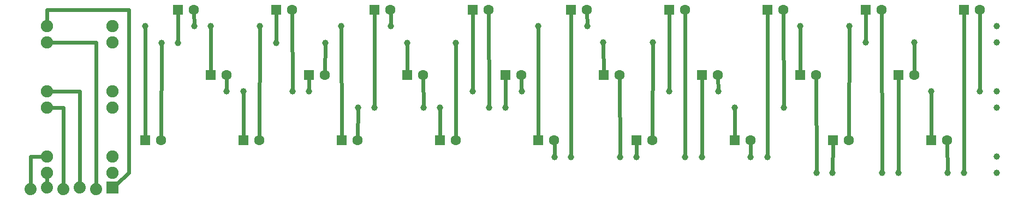
<source format=gbl>
G04 MADE WITH FRITZING*
G04 WWW.FRITZING.ORG*
G04 DOUBLE SIDED*
G04 HOLES PLATED*
G04 CONTOUR ON CENTER OF CONTOUR VECTOR*
%ASAXBY*%
%FSLAX23Y23*%
%MOIN*%
%OFA0B0*%
%SFA1.0B1.0*%
%ADD10C,0.074000*%
%ADD11C,0.062992*%
%ADD12C,0.075000*%
%ADD13C,0.039370*%
%ADD14R,0.062992X0.062992*%
%ADD15C,0.024000*%
%ADD16R,0.001000X0.001000*%
%LNCOPPER0*%
G90*
G70*
G54D10*
X577Y83D03*
X477Y73D03*
X377Y83D03*
X277Y73D03*
X177Y83D03*
X77Y73D03*
X577Y83D03*
X477Y73D03*
X377Y83D03*
X277Y73D03*
X177Y83D03*
X77Y73D03*
X577Y83D03*
X477Y73D03*
X377Y83D03*
X277Y73D03*
X177Y83D03*
X77Y73D03*
G54D11*
X5777Y1173D03*
X5876Y1173D03*
X5777Y1173D03*
X5876Y1173D03*
X5577Y373D03*
X5676Y373D03*
X5577Y373D03*
X5676Y373D03*
X5377Y773D03*
X5476Y773D03*
X5377Y773D03*
X5476Y773D03*
X5177Y1173D03*
X5276Y1173D03*
X5177Y1173D03*
X5276Y1173D03*
X4977Y373D03*
X5076Y373D03*
X4977Y373D03*
X5076Y373D03*
X4777Y773D03*
X4876Y773D03*
X4777Y773D03*
X4876Y773D03*
X4577Y1173D03*
X4676Y1173D03*
X4577Y1173D03*
X4676Y1173D03*
X4377Y373D03*
X4476Y373D03*
X4377Y373D03*
X4476Y373D03*
X4177Y773D03*
X4276Y773D03*
X4177Y773D03*
X4276Y773D03*
X3977Y1173D03*
X4076Y1173D03*
X3977Y1173D03*
X4076Y1173D03*
X3777Y373D03*
X3876Y373D03*
X3777Y373D03*
X3876Y373D03*
X3577Y773D03*
X3676Y773D03*
X3577Y773D03*
X3676Y773D03*
X3377Y1173D03*
X3476Y1173D03*
X3377Y1173D03*
X3476Y1173D03*
X3177Y373D03*
X3276Y373D03*
X3177Y373D03*
X3276Y373D03*
X2977Y773D03*
X3076Y773D03*
X2977Y773D03*
X3076Y773D03*
X2777Y1173D03*
X2876Y1173D03*
X2777Y1173D03*
X2876Y1173D03*
X2577Y373D03*
X2676Y373D03*
X2577Y373D03*
X2676Y373D03*
X2377Y773D03*
X2476Y773D03*
X2377Y773D03*
X2476Y773D03*
X2177Y1173D03*
X2276Y1173D03*
X2177Y1173D03*
X2276Y1173D03*
X1977Y373D03*
X2076Y373D03*
X1977Y373D03*
X2076Y373D03*
X1777Y773D03*
X1876Y773D03*
X1777Y773D03*
X1876Y773D03*
X1577Y1173D03*
X1676Y1173D03*
X1577Y1173D03*
X1676Y1173D03*
X1377Y373D03*
X1476Y373D03*
X1377Y373D03*
X1476Y373D03*
X1177Y773D03*
X1276Y773D03*
X1177Y773D03*
X1276Y773D03*
X977Y1173D03*
X1076Y1173D03*
X977Y1173D03*
X1076Y1173D03*
X777Y373D03*
X876Y373D03*
X777Y373D03*
X876Y373D03*
G54D12*
X177Y173D03*
X577Y173D03*
X177Y173D03*
X577Y173D03*
X177Y273D03*
X577Y273D03*
X177Y273D03*
X577Y273D03*
X177Y573D03*
X577Y573D03*
X177Y573D03*
X577Y573D03*
X177Y673D03*
X577Y673D03*
X177Y673D03*
X577Y673D03*
X177Y973D03*
X577Y973D03*
X177Y973D03*
X577Y973D03*
X177Y1073D03*
X577Y1073D03*
X177Y1073D03*
X577Y1073D03*
G54D13*
X778Y1072D03*
X879Y971D03*
X977Y971D03*
X1077Y1072D03*
X1178Y1072D03*
X1276Y672D03*
X1377Y672D03*
X1478Y1072D03*
X1579Y971D03*
X1677Y672D03*
X1777Y672D03*
X1878Y971D03*
X1976Y1072D03*
X2077Y574D03*
X2178Y574D03*
X2279Y1072D03*
X2377Y971D03*
X2477Y574D03*
X2578Y574D03*
X2676Y971D03*
X2777Y672D03*
X2878Y574D03*
X2979Y574D03*
X3077Y672D03*
X3179Y1072D03*
X3279Y271D03*
X3378Y271D03*
X3477Y1072D03*
X3576Y973D03*
X3679Y271D03*
X3778Y271D03*
X3877Y973D03*
X3977Y672D03*
X4076Y271D03*
X4179Y271D03*
X4278Y672D03*
X4377Y572D03*
X4476Y271D03*
X4579Y271D03*
X4679Y572D03*
X4778Y1072D03*
X4877Y172D03*
X4976Y172D03*
X5079Y1072D03*
X5178Y973D03*
X5277Y172D03*
X5377Y172D03*
X5476Y973D03*
X5579Y672D03*
X5678Y172D03*
X5777Y172D03*
X5876Y672D03*
X5977Y1073D03*
X5977Y573D03*
X5977Y673D03*
X5977Y173D03*
X5977Y273D03*
X5977Y973D03*
G54D14*
X5777Y1173D03*
X5777Y1173D03*
X5577Y373D03*
X5577Y373D03*
X5377Y773D03*
X5377Y773D03*
X5177Y1173D03*
X5177Y1173D03*
X4977Y373D03*
X4977Y373D03*
X4777Y773D03*
X4777Y773D03*
X4577Y1173D03*
X4577Y1173D03*
X4377Y373D03*
X4377Y373D03*
X4177Y773D03*
X4177Y773D03*
X3977Y1173D03*
X3977Y1173D03*
X3777Y373D03*
X3777Y373D03*
X3577Y773D03*
X3577Y773D03*
X3377Y1173D03*
X3377Y1173D03*
X3177Y373D03*
X3177Y373D03*
X2977Y773D03*
X2977Y773D03*
X2777Y1173D03*
X2777Y1173D03*
X2577Y373D03*
X2577Y373D03*
X2377Y773D03*
X2377Y773D03*
X2177Y1173D03*
X2177Y1173D03*
X1977Y373D03*
X1977Y373D03*
X1777Y773D03*
X1777Y773D03*
X1577Y1173D03*
X1577Y1173D03*
X1377Y373D03*
X1377Y373D03*
X1177Y773D03*
X1177Y773D03*
X977Y1173D03*
X977Y1173D03*
X777Y373D03*
X777Y373D03*
G54D15*
X778Y1053D02*
X778Y400D01*
D02*
X879Y952D02*
X876Y400D01*
D02*
X977Y990D02*
X977Y1146D01*
D02*
X1077Y1091D02*
X1076Y1146D01*
D02*
X1178Y800D02*
X1178Y1053D01*
D02*
X1276Y691D02*
X1276Y746D01*
D02*
X1377Y653D02*
X1377Y400D01*
D02*
X1478Y1053D02*
X1476Y400D01*
D02*
X1579Y990D02*
X1578Y1146D01*
D02*
X1677Y691D02*
X1676Y1146D01*
D02*
X1777Y691D02*
X1777Y746D01*
D02*
X1878Y952D02*
X1876Y800D01*
D02*
X1976Y1053D02*
X1977Y400D01*
D02*
X2077Y555D02*
X2076Y400D01*
D02*
X2178Y1146D02*
X2178Y593D01*
D02*
X2278Y1091D02*
X2277Y1146D01*
D02*
X2377Y952D02*
X2377Y800D01*
D02*
X2477Y593D02*
X2476Y746D01*
D02*
X2578Y555D02*
X2578Y400D01*
D02*
X2676Y952D02*
X2676Y400D01*
D02*
X2777Y691D02*
X2777Y1146D01*
D02*
X2878Y593D02*
X2876Y1146D01*
D02*
X2979Y593D02*
X2978Y746D01*
D02*
X3076Y691D02*
X3076Y746D01*
D02*
X3179Y1053D02*
X3178Y400D01*
D02*
X3278Y290D02*
X3277Y346D01*
D02*
X3378Y290D02*
X3377Y1146D01*
D02*
X3477Y1091D02*
X3476Y1146D01*
D02*
X3577Y800D02*
X3576Y954D01*
D02*
X3679Y290D02*
X3676Y746D01*
D02*
X3877Y954D02*
X3876Y400D01*
D02*
X3778Y290D02*
X3778Y346D01*
D02*
X3977Y691D02*
X3977Y1146D01*
D02*
X4076Y290D02*
X4076Y1146D01*
D02*
X4179Y290D02*
X4178Y746D01*
D02*
X4278Y691D02*
X4276Y746D01*
D02*
X4377Y554D02*
X4377Y400D01*
D02*
X4476Y290D02*
X4476Y346D01*
D02*
X4579Y290D02*
X4578Y1146D01*
D02*
X4678Y591D02*
X4676Y1146D01*
D02*
X4778Y1053D02*
X4778Y800D01*
D02*
X4877Y191D02*
X4876Y746D01*
D02*
X4976Y191D02*
X4977Y346D01*
D02*
X5079Y1053D02*
X5076Y400D01*
D02*
X5178Y992D02*
X5178Y1146D01*
D02*
X5277Y191D02*
X5276Y1146D01*
D02*
X5476Y954D02*
X5476Y800D01*
D02*
X5377Y191D02*
X5377Y746D01*
D02*
X5579Y653D02*
X5578Y400D01*
D02*
X5678Y191D02*
X5676Y346D01*
D02*
X5777Y191D02*
X5777Y1146D01*
D02*
X5876Y691D02*
X5876Y1146D01*
D02*
X78Y272D02*
X78Y104D01*
D02*
X149Y273D02*
X78Y272D01*
D02*
X177Y144D02*
X177Y114D01*
D02*
X277Y573D02*
X277Y104D01*
D02*
X206Y573D02*
X277Y573D01*
D02*
X378Y672D02*
X378Y114D01*
D02*
X206Y673D02*
X378Y672D01*
D02*
X478Y972D02*
X478Y104D01*
D02*
X206Y973D02*
X478Y972D01*
D02*
X677Y1172D02*
X677Y173D01*
D02*
X677Y173D02*
X601Y104D01*
D02*
X177Y1172D02*
X677Y1172D01*
D02*
X177Y1101D02*
X177Y1172D01*
G54D16*
X541Y120D02*
X613Y120D01*
X540Y119D02*
X613Y119D01*
X540Y118D02*
X613Y118D01*
X540Y117D02*
X613Y117D01*
X540Y116D02*
X613Y116D01*
X540Y115D02*
X613Y115D01*
X540Y114D02*
X613Y114D01*
X540Y113D02*
X613Y113D01*
X540Y112D02*
X613Y112D01*
X540Y111D02*
X613Y111D01*
X540Y110D02*
X613Y110D01*
X540Y109D02*
X613Y109D01*
X540Y108D02*
X613Y108D01*
X540Y107D02*
X613Y107D01*
X540Y106D02*
X613Y106D01*
X540Y105D02*
X613Y105D01*
X540Y104D02*
X613Y104D01*
X540Y103D02*
X574Y103D01*
X580Y103D02*
X613Y103D01*
X540Y102D02*
X570Y102D01*
X584Y102D02*
X613Y102D01*
X540Y101D02*
X567Y101D01*
X586Y101D02*
X613Y101D01*
X540Y100D02*
X566Y100D01*
X588Y100D02*
X613Y100D01*
X540Y99D02*
X564Y99D01*
X590Y99D02*
X613Y99D01*
X540Y98D02*
X563Y98D01*
X591Y98D02*
X613Y98D01*
X540Y97D02*
X562Y97D01*
X592Y97D02*
X613Y97D01*
X540Y96D02*
X561Y96D01*
X593Y96D02*
X613Y96D01*
X540Y95D02*
X560Y95D01*
X594Y95D02*
X613Y95D01*
X540Y94D02*
X560Y94D01*
X594Y94D02*
X613Y94D01*
X540Y93D02*
X559Y93D01*
X595Y93D02*
X613Y93D01*
X540Y92D02*
X559Y92D01*
X595Y92D02*
X613Y92D01*
X540Y91D02*
X558Y91D01*
X596Y91D02*
X613Y91D01*
X540Y90D02*
X558Y90D01*
X596Y90D02*
X613Y90D01*
X540Y89D02*
X557Y89D01*
X597Y89D02*
X613Y89D01*
X540Y88D02*
X557Y88D01*
X597Y88D02*
X613Y88D01*
X540Y87D02*
X557Y87D01*
X597Y87D02*
X613Y87D01*
X540Y86D02*
X557Y86D01*
X597Y86D02*
X613Y86D01*
X540Y85D02*
X557Y85D01*
X597Y85D02*
X613Y85D01*
X540Y84D02*
X557Y84D01*
X597Y84D02*
X613Y84D01*
X540Y83D02*
X556Y83D01*
X597Y83D02*
X613Y83D01*
X540Y82D02*
X557Y82D01*
X597Y82D02*
X613Y82D01*
X540Y81D02*
X557Y81D01*
X597Y81D02*
X613Y81D01*
X540Y80D02*
X557Y80D01*
X597Y80D02*
X613Y80D01*
X540Y79D02*
X557Y79D01*
X597Y79D02*
X613Y79D01*
X540Y78D02*
X557Y78D01*
X597Y78D02*
X613Y78D01*
X540Y77D02*
X558Y77D01*
X596Y77D02*
X613Y77D01*
X540Y76D02*
X558Y76D01*
X596Y76D02*
X613Y76D01*
X540Y75D02*
X558Y75D01*
X596Y75D02*
X613Y75D01*
X540Y74D02*
X559Y74D01*
X595Y74D02*
X613Y74D01*
X540Y73D02*
X559Y73D01*
X595Y73D02*
X613Y73D01*
X540Y72D02*
X560Y72D01*
X594Y72D02*
X613Y72D01*
X540Y71D02*
X561Y71D01*
X593Y71D02*
X613Y71D01*
X540Y70D02*
X562Y70D01*
X592Y70D02*
X613Y70D01*
X540Y69D02*
X562Y69D01*
X591Y69D02*
X613Y69D01*
X540Y68D02*
X564Y68D01*
X590Y68D02*
X613Y68D01*
X540Y67D02*
X565Y67D01*
X589Y67D02*
X613Y67D01*
X540Y66D02*
X566Y66D01*
X587Y66D02*
X613Y66D01*
X540Y65D02*
X568Y65D01*
X586Y65D02*
X613Y65D01*
X540Y64D02*
X571Y64D01*
X583Y64D02*
X613Y64D01*
X540Y63D02*
X613Y63D01*
X540Y62D02*
X613Y62D01*
X540Y61D02*
X613Y61D01*
X540Y60D02*
X613Y60D01*
X540Y59D02*
X613Y59D01*
X540Y58D02*
X613Y58D01*
X540Y57D02*
X613Y57D01*
X540Y56D02*
X613Y56D01*
X540Y55D02*
X613Y55D01*
X540Y54D02*
X613Y54D01*
X540Y53D02*
X613Y53D01*
X540Y52D02*
X613Y52D01*
X540Y51D02*
X613Y51D01*
X540Y50D02*
X613Y50D01*
X540Y49D02*
X613Y49D01*
X540Y48D02*
X613Y48D01*
X540Y47D02*
X613Y47D01*
D02*
G04 End of Copper0*
M02*
</source>
